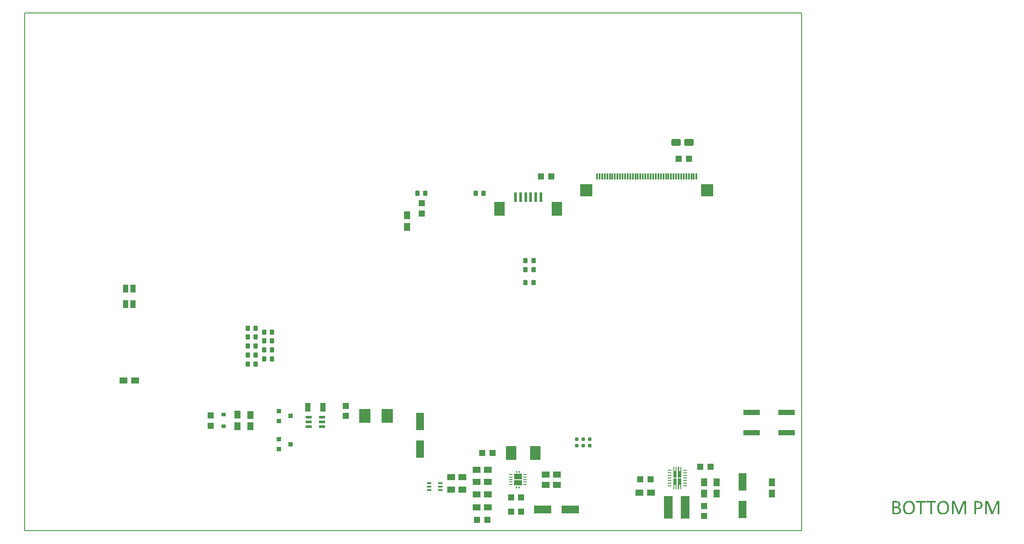
<source format=gbp>
G04*
G04 #@! TF.GenerationSoftware,Altium Limited,Altium Designer,19.0.15 (446)*
G04*
G04 Layer_Color=128*
%FSLAX23Y23*%
%MOIN*%
G70*
G01*
G75*
%ADD15C,0.005*%
%ADD17R,0.050X0.022*%
%ADD18R,0.138X0.063*%
%ADD19R,0.063X0.138*%
%ADD20R,0.050X0.060*%
%ADD21R,0.060X0.050*%
%ADD22R,0.050X0.047*%
G04:AMPARAMS|DCode=29|XSize=37mil|YSize=35mil|CornerRadius=4mil|HoleSize=0mil|Usage=FLASHONLY|Rotation=90.000|XOffset=0mil|YOffset=0mil|HoleType=Round|Shape=RoundedRectangle|*
%AMROUNDEDRECTD29*
21,1,0.037,0.027,0,0,90.0*
21,1,0.029,0.035,0,0,90.0*
1,1,0.008,0.014,0.014*
1,1,0.008,0.014,-0.014*
1,1,0.008,-0.014,-0.014*
1,1,0.008,-0.014,0.014*
%
%ADD29ROUNDEDRECTD29*%
%ADD30R,0.047X0.050*%
%ADD34R,0.037X0.035*%
%ADD35R,0.037X0.035*%
%ADD45R,0.037X0.016*%
%ADD160R,0.126X0.039*%
G04:AMPARAMS|DCode=161|XSize=71mil|YSize=52mil|CornerRadius=6mil|HoleSize=0mil|Usage=FLASHONLY|Rotation=180.000|XOffset=0mil|YOffset=0mil|HoleType=Round|Shape=RoundedRectangle|*
%AMROUNDEDRECTD161*
21,1,0.071,0.039,0,0,180.0*
21,1,0.058,0.052,0,0,180.0*
1,1,0.013,-0.029,0.019*
1,1,0.013,0.029,0.019*
1,1,0.013,0.029,-0.019*
1,1,0.013,-0.029,-0.019*
%
%ADD161ROUNDEDRECTD161*%
%ADD162R,0.043X0.059*%
%ADD163R,0.083X0.110*%
%ADD164R,0.024X0.075*%
%ADD165R,0.094X0.094*%
%ADD166R,0.012X0.047*%
%ADD167C,0.031*%
%ADD168R,0.031X0.031*%
%ADD169R,0.035X0.031*%
%ADD170R,0.041X0.068*%
%ADD171R,0.085X0.108*%
%ADD172R,0.081X0.106*%
G04:AMPARAMS|DCode=173|XSize=24mil|YSize=9mil|CornerRadius=1mil|HoleSize=0mil|Usage=FLASHONLY|Rotation=180.000|XOffset=0mil|YOffset=0mil|HoleType=Round|Shape=RoundedRectangle|*
%AMROUNDEDRECTD173*
21,1,0.024,0.007,0,0,180.0*
21,1,0.021,0.009,0,0,180.0*
1,1,0.002,-0.011,0.004*
1,1,0.002,0.011,0.004*
1,1,0.002,0.011,-0.004*
1,1,0.002,-0.011,-0.004*
%
%ADD173ROUNDEDRECTD173*%
%ADD175R,0.071X0.177*%
%ADD176R,0.031X0.009*%
G36*
X5070Y412D02*
X5044D01*
Y495D01*
X5052D01*
Y462D01*
X5063D01*
Y495D01*
X5070D01*
Y412D01*
D02*
G37*
G36*
X5034D02*
X5008D01*
Y495D01*
X5016D01*
Y462D01*
X5026D01*
Y495D01*
X5034D01*
Y412D01*
D02*
G37*
G36*
X3824Y449D02*
X3814D01*
Y462D01*
X3824D01*
Y449D01*
D02*
G37*
G36*
X3804D02*
X3794D01*
Y462D01*
X3804D01*
Y449D01*
D02*
G37*
G36*
X3839Y399D02*
X3780D01*
Y441D01*
X3839D01*
Y399D01*
D02*
G37*
G36*
Y350D02*
X3780D01*
Y391D01*
X3839D01*
Y350D01*
D02*
G37*
G36*
X3824Y328D02*
X3814D01*
Y342D01*
X3824D01*
Y328D01*
D02*
G37*
G36*
X3804D02*
X3794D01*
Y342D01*
X3804D01*
Y328D01*
D02*
G37*
G36*
X5070Y322D02*
X5063D01*
Y355D01*
X5052D01*
Y322D01*
X5044D01*
Y405D01*
X5070D01*
Y322D01*
D02*
G37*
G36*
X5034D02*
X5026D01*
Y355D01*
X5016D01*
Y322D01*
X5008D01*
Y405D01*
X5034D01*
Y322D01*
D02*
G37*
G36*
X7522Y230D02*
X7523Y229D01*
X7523D01*
X7524Y229D01*
X7524Y229D01*
X7525Y228D01*
X7525Y228D01*
X7525Y228D01*
X7526Y227D01*
X7526Y226D01*
X7526Y226D01*
X7526Y226D01*
X7527Y225D01*
Y224D01*
Y130D01*
Y129D01*
X7526Y129D01*
X7526Y128D01*
X7526Y128D01*
X7525Y128D01*
X7525D01*
X7524Y128D01*
X7524D01*
X7523Y128D01*
X7523D01*
X7522Y128D01*
X7521Y127D01*
X7519D01*
X7518Y128D01*
X7516Y128D01*
X7516D01*
X7516Y128D01*
X7515D01*
X7514Y128D01*
X7514D01*
X7514Y128D01*
X7513Y129D01*
Y129D01*
Y129D01*
X7513Y130D01*
Y219D01*
X7513D01*
X7477Y129D01*
X7477Y129D01*
X7476Y128D01*
X7476Y128D01*
X7475Y128D01*
X7475Y128D01*
X7475D01*
X7474Y128D01*
X7474D01*
X7473Y128D01*
X7472D01*
X7471Y127D01*
X7468D01*
X7467Y128D01*
X7467D01*
X7467Y128D01*
X7465Y128D01*
X7465D01*
X7465Y128D01*
X7464Y128D01*
Y129D01*
X7464Y129D01*
X7464Y129D01*
X7429Y219D01*
Y130D01*
Y129D01*
X7429Y129D01*
X7429Y128D01*
X7428Y128D01*
X7428Y128D01*
X7428D01*
X7427Y128D01*
X7427D01*
X7426Y128D01*
X7426D01*
X7425Y128D01*
X7424Y127D01*
X7421D01*
X7420Y128D01*
X7419Y128D01*
X7419D01*
X7418Y128D01*
X7418D01*
X7417Y128D01*
X7417D01*
X7417Y128D01*
X7416Y129D01*
Y129D01*
Y129D01*
X7416Y130D01*
Y224D01*
Y224D01*
Y224D01*
X7416Y225D01*
Y225D01*
X7417Y227D01*
X7418Y228D01*
X7418Y229D01*
X7419Y229D01*
X7420Y230D01*
X7422Y230D01*
X7431D01*
X7433Y230D01*
X7434Y229D01*
X7434D01*
X7434Y229D01*
X7435Y229D01*
X7436Y228D01*
X7438Y228D01*
X7438Y227D01*
X7438Y227D01*
X7439Y226D01*
X7440Y225D01*
X7440Y225D01*
X7440Y224D01*
X7441Y223D01*
X7442Y221D01*
X7471Y148D01*
X7471D01*
X7501Y221D01*
Y221D01*
X7502Y222D01*
X7502Y223D01*
X7503Y224D01*
X7504Y225D01*
X7504Y226D01*
X7504Y226D01*
X7505Y227D01*
X7506Y228D01*
X7506Y228D01*
X7507Y228D01*
X7507Y229D01*
X7508Y229D01*
X7509Y229D01*
X7510Y230D01*
X7511Y230D01*
X7522D01*
X7522Y230D01*
D02*
G37*
G36*
X7265D02*
X7265Y229D01*
X7266D01*
X7266Y229D01*
X7267Y229D01*
X7267Y228D01*
X7267Y228D01*
X7268Y228D01*
X7268Y227D01*
X7268Y226D01*
X7269Y226D01*
X7269Y226D01*
X7269Y225D01*
Y224D01*
Y130D01*
Y129D01*
X7269Y129D01*
X7268Y128D01*
X7268Y128D01*
X7267Y128D01*
X7267D01*
X7267Y128D01*
X7266D01*
X7265Y128D01*
X7265D01*
X7264Y128D01*
X7263Y127D01*
X7261D01*
X7260Y128D01*
X7259Y128D01*
X7259D01*
X7258Y128D01*
X7257D01*
X7257Y128D01*
X7257D01*
X7256Y128D01*
X7256Y129D01*
Y129D01*
Y129D01*
X7256Y130D01*
Y219D01*
X7255D01*
X7219Y129D01*
X7219Y129D01*
X7219Y128D01*
X7218Y128D01*
X7218Y128D01*
X7217Y128D01*
X7217D01*
X7217Y128D01*
X7216D01*
X7215Y128D01*
X7215D01*
X7214Y127D01*
X7211D01*
X7210Y128D01*
X7210D01*
X7209Y128D01*
X7208Y128D01*
X7208D01*
X7207Y128D01*
X7207Y128D01*
Y129D01*
X7206Y129D01*
X7206Y129D01*
X7172Y219D01*
Y130D01*
Y129D01*
X7171Y129D01*
X7171Y128D01*
X7171Y128D01*
X7170Y128D01*
X7170D01*
X7170Y128D01*
X7169D01*
X7168Y128D01*
X7168D01*
X7167Y128D01*
X7166Y127D01*
X7164D01*
X7163Y128D01*
X7162Y128D01*
X7161D01*
X7161Y128D01*
X7160D01*
X7160Y128D01*
X7159D01*
X7159Y128D01*
X7158Y129D01*
Y129D01*
Y129D01*
X7158Y130D01*
Y224D01*
Y224D01*
Y224D01*
X7158Y225D01*
Y225D01*
X7159Y227D01*
X7160Y228D01*
X7160Y229D01*
X7161Y229D01*
X7162Y230D01*
X7164Y230D01*
X7174D01*
X7175Y230D01*
X7176Y229D01*
X7177D01*
X7177Y229D01*
X7178Y229D01*
X7179Y228D01*
X7180Y228D01*
X7180Y227D01*
X7181Y227D01*
X7182Y226D01*
X7182Y225D01*
X7182Y225D01*
X7183Y224D01*
X7183Y223D01*
X7184Y221D01*
X7213Y148D01*
X7214D01*
X7244Y221D01*
Y221D01*
X7244Y222D01*
X7244Y223D01*
X7245Y224D01*
X7246Y225D01*
X7246Y226D01*
X7247Y226D01*
X7247Y227D01*
X7248Y228D01*
X7248Y228D01*
X7249Y228D01*
X7250Y229D01*
X7251Y229D01*
X7251Y229D01*
X7252Y230D01*
X7253Y230D01*
X7264D01*
X7265Y230D01*
D02*
G37*
G36*
X6734D02*
X6736Y229D01*
X6738Y229D01*
X6741Y229D01*
X6743Y228D01*
X6743D01*
X6744Y228D01*
X6745Y227D01*
X6747Y227D01*
X6750Y225D01*
X6751Y224D01*
X6753Y223D01*
X6753Y223D01*
X6754Y222D01*
X6754Y222D01*
X6755Y221D01*
X6756Y219D01*
X6757Y218D01*
X6758Y217D01*
X6759Y215D01*
X6759Y214D01*
X6759Y214D01*
X6760Y213D01*
X6760Y212D01*
X6760Y210D01*
X6760Y208D01*
X6761Y206D01*
Y204D01*
Y204D01*
Y203D01*
Y203D01*
X6761Y202D01*
X6760Y200D01*
X6760Y197D01*
Y197D01*
X6760Y196D01*
X6760Y196D01*
X6759Y195D01*
X6758Y193D01*
X6757Y191D01*
Y191D01*
X6757Y190D01*
X6756Y189D01*
X6755Y188D01*
X6753Y186D01*
X6753D01*
X6753Y186D01*
X6752Y185D01*
X6751Y185D01*
X6750Y184D01*
X6747Y182D01*
X6747D01*
X6748Y182D01*
X6749Y182D01*
X6750Y182D01*
X6752Y181D01*
X6755Y179D01*
X6755D01*
X6756Y179D01*
X6756Y179D01*
X6757Y178D01*
X6759Y176D01*
X6761Y174D01*
X6761Y174D01*
X6762Y174D01*
X6762Y173D01*
X6763Y172D01*
X6763Y171D01*
X6764Y169D01*
X6766Y166D01*
Y166D01*
X6766Y166D01*
X6766Y165D01*
X6767Y164D01*
X6767Y162D01*
X6767Y161D01*
X6767Y157D01*
Y157D01*
Y156D01*
Y155D01*
X6767Y154D01*
X6767Y153D01*
X6767Y151D01*
X6766Y148D01*
Y148D01*
X6766Y147D01*
X6765Y147D01*
X6765Y146D01*
X6764Y143D01*
X6762Y141D01*
X6762Y141D01*
X6762Y140D01*
X6762Y140D01*
X6761Y139D01*
X6759Y137D01*
X6757Y135D01*
X6757Y135D01*
X6757Y135D01*
X6756Y134D01*
X6755Y134D01*
X6754Y133D01*
X6753Y133D01*
X6750Y131D01*
X6750D01*
X6749Y131D01*
X6749Y131D01*
X6748Y130D01*
X6746Y130D01*
X6745Y129D01*
X6742Y129D01*
X6742D01*
X6741Y128D01*
X6740D01*
X6739Y128D01*
X6737Y128D01*
X6736D01*
X6734Y128D01*
X6705D01*
X6704Y128D01*
X6703Y128D01*
X6701Y129D01*
X6701Y129D01*
X6701Y130D01*
X6700Y131D01*
X6700Y133D01*
Y224D01*
Y224D01*
Y225D01*
X6700Y226D01*
X6701Y227D01*
X6701Y229D01*
X6702Y229D01*
X6703Y229D01*
X6704Y230D01*
X6705Y230D01*
X6732D01*
X6734Y230D01*
D02*
G37*
G36*
X7364D02*
X7366Y229D01*
X7366D01*
X7367Y229D01*
X7368Y229D01*
X7369Y229D01*
X7370Y229D01*
X7373Y228D01*
X7373D01*
X7374Y228D01*
X7375Y228D01*
X7376Y227D01*
X7377Y227D01*
X7379Y227D01*
X7382Y225D01*
X7382Y225D01*
X7382Y225D01*
X7383Y224D01*
X7384Y223D01*
X7387Y221D01*
X7389Y219D01*
X7389Y219D01*
X7389Y218D01*
X7390Y217D01*
X7391Y216D01*
X7391Y215D01*
X7392Y214D01*
X7394Y210D01*
Y210D01*
X7394Y209D01*
X7394Y208D01*
X7395Y207D01*
X7395Y206D01*
X7395Y204D01*
X7395Y200D01*
Y200D01*
Y199D01*
X7395Y197D01*
X7395Y195D01*
X7395Y193D01*
X7394Y191D01*
X7394Y188D01*
X7393Y186D01*
X7393Y186D01*
X7392Y185D01*
X7392Y184D01*
X7391Y182D01*
X7390Y181D01*
X7389Y179D01*
X7387Y177D01*
X7385Y176D01*
X7385Y175D01*
X7385Y175D01*
X7384Y174D01*
X7382Y173D01*
X7381Y172D01*
X7379Y171D01*
X7376Y170D01*
X7374Y169D01*
X7373D01*
X7372Y168D01*
X7371Y168D01*
X7369Y168D01*
X7367Y167D01*
X7364Y167D01*
X7361Y167D01*
X7358Y167D01*
X7346D01*
Y130D01*
Y129D01*
X7346Y129D01*
X7345Y128D01*
X7345Y128D01*
X7344Y128D01*
X7344D01*
X7344Y128D01*
X7343D01*
X7342Y128D01*
X7342D01*
X7342Y128D01*
X7341Y127D01*
X7338D01*
X7337Y128D01*
X7336Y128D01*
X7336D01*
X7335Y128D01*
X7334Y128D01*
X7334D01*
X7334Y128D01*
X7333Y129D01*
Y129D01*
Y129D01*
X7333Y130D01*
Y224D01*
Y224D01*
Y225D01*
X7333Y226D01*
X7333Y227D01*
X7334Y228D01*
X7335Y229D01*
X7335Y229D01*
X7336Y230D01*
X7338Y230D01*
X7362D01*
X7364Y230D01*
D02*
G37*
G36*
X7035Y229D02*
X7035D01*
X7035Y229D01*
X7036Y228D01*
Y228D01*
X7036Y228D01*
X7036Y227D01*
X7037Y227D01*
Y226D01*
X7037Y226D01*
Y225D01*
Y224D01*
Y224D01*
Y223D01*
Y222D01*
X7037Y221D01*
Y221D01*
X7036Y221D01*
X7036Y219D01*
X7036Y219D01*
X7035Y219D01*
X7035D01*
X7034Y218D01*
X7005D01*
Y130D01*
Y129D01*
X7005Y129D01*
X7005Y128D01*
X7004Y128D01*
X7004Y128D01*
X7004D01*
X7003Y128D01*
X7003D01*
X7002Y128D01*
X7002D01*
X7001Y128D01*
X7000Y127D01*
X6998D01*
X6996Y128D01*
X6995Y128D01*
X6995D01*
X6995Y128D01*
X6993Y128D01*
X6993D01*
X6993Y128D01*
X6992Y129D01*
Y129D01*
Y129D01*
X6992Y130D01*
Y218D01*
X6963D01*
X6962Y219D01*
X6962Y219D01*
X6961Y219D01*
Y220D01*
X6961Y220D01*
Y221D01*
X6961Y221D01*
Y221D01*
Y222D01*
X6961Y223D01*
Y224D01*
Y224D01*
Y225D01*
Y226D01*
X6961Y227D01*
Y227D01*
X6961Y227D01*
X6961Y228D01*
Y229D01*
X6961Y229D01*
X6962Y229D01*
X6962D01*
X6962Y230D01*
X6963Y230D01*
X7034D01*
X7035Y229D01*
D02*
G37*
G36*
X6957D02*
X6957D01*
X6957Y229D01*
X6957Y228D01*
Y228D01*
X6958Y228D01*
X6958Y227D01*
X6958Y227D01*
Y226D01*
X6958Y226D01*
Y225D01*
Y224D01*
Y224D01*
Y223D01*
Y222D01*
X6958Y221D01*
Y221D01*
X6958Y221D01*
X6957Y219D01*
X6957Y219D01*
X6957Y219D01*
X6956D01*
X6955Y218D01*
X6927D01*
Y130D01*
Y129D01*
X6926Y129D01*
X6926Y128D01*
X6926Y128D01*
X6925Y128D01*
X6925D01*
X6925Y128D01*
X6924D01*
X6923Y128D01*
X6923D01*
X6922Y128D01*
X6921Y127D01*
X6919D01*
X6918Y128D01*
X6917Y128D01*
X6917D01*
X6916Y128D01*
X6915Y128D01*
X6914D01*
X6914Y128D01*
X6914Y129D01*
Y129D01*
Y129D01*
X6913Y130D01*
Y218D01*
X6884D01*
X6883Y219D01*
X6883Y219D01*
X6883Y219D01*
Y220D01*
X6882Y220D01*
Y221D01*
X6882Y221D01*
Y221D01*
Y222D01*
X6882Y223D01*
Y224D01*
Y224D01*
Y225D01*
Y226D01*
X6882Y227D01*
Y227D01*
X6882Y227D01*
X6883Y228D01*
Y229D01*
X6883Y229D01*
X6883Y229D01*
X6884D01*
X6884Y230D01*
X6885Y230D01*
X6956D01*
X6957Y229D01*
D02*
G37*
G36*
X7096Y231D02*
X7099Y231D01*
X7102Y230D01*
X7105Y230D01*
X7109Y229D01*
X7112Y228D01*
X7112D01*
X7112Y228D01*
X7113Y227D01*
X7115Y226D01*
X7117Y225D01*
X7119Y224D01*
X7121Y222D01*
X7124Y220D01*
X7126Y218D01*
X7126Y217D01*
X7127Y217D01*
X7128Y215D01*
X7129Y213D01*
X7130Y211D01*
X7132Y208D01*
X7133Y205D01*
X7134Y202D01*
Y202D01*
X7134Y201D01*
Y201D01*
X7135Y200D01*
X7135Y199D01*
X7135Y198D01*
X7136Y196D01*
X7136Y192D01*
X7137Y188D01*
X7137Y184D01*
X7137Y180D01*
Y180D01*
Y179D01*
Y179D01*
Y178D01*
Y177D01*
X7137Y176D01*
X7137Y173D01*
X7136Y169D01*
X7136Y165D01*
X7135Y161D01*
X7134Y158D01*
Y157D01*
X7134Y157D01*
X7134Y157D01*
X7133Y156D01*
X7133Y154D01*
X7132Y152D01*
X7131Y149D01*
X7129Y146D01*
X7127Y144D01*
X7125Y141D01*
X7125Y141D01*
X7124Y140D01*
X7123Y139D01*
X7121Y137D01*
X7119Y135D01*
X7117Y133D01*
X7114Y132D01*
X7111Y130D01*
X7110D01*
X7110Y130D01*
X7110Y130D01*
X7109Y130D01*
X7107Y129D01*
X7105Y128D01*
X7102Y128D01*
X7098Y127D01*
X7094Y127D01*
X7090Y126D01*
X7088D01*
X7087Y127D01*
X7086D01*
X7084Y127D01*
X7080Y127D01*
X7077Y128D01*
X7074Y129D01*
X7070Y130D01*
X7070Y130D01*
X7069Y131D01*
X7067Y131D01*
X7065Y132D01*
X7063Y134D01*
X7061Y135D01*
X7059Y137D01*
X7057Y140D01*
X7056Y140D01*
X7056Y141D01*
X7055Y142D01*
X7053Y144D01*
X7052Y147D01*
X7051Y149D01*
X7049Y153D01*
X7048Y156D01*
Y156D01*
X7048Y156D01*
Y157D01*
X7048Y158D01*
X7048Y159D01*
X7048Y160D01*
X7047Y162D01*
X7047Y166D01*
X7046Y169D01*
X7046Y174D01*
X7046Y178D01*
Y178D01*
Y179D01*
Y179D01*
Y180D01*
Y181D01*
X7046Y183D01*
X7046Y186D01*
X7047Y189D01*
X7047Y193D01*
X7048Y196D01*
X7049Y200D01*
Y200D01*
X7049Y200D01*
X7049Y201D01*
X7049Y202D01*
X7050Y204D01*
X7051Y206D01*
X7052Y208D01*
X7053Y211D01*
X7055Y214D01*
X7057Y217D01*
X7058Y217D01*
X7058Y218D01*
X7060Y219D01*
X7061Y221D01*
X7063Y222D01*
X7066Y224D01*
X7069Y226D01*
X7072Y227D01*
X7072D01*
X7072Y228D01*
X7073Y228D01*
X7074Y228D01*
X7075Y229D01*
X7078Y229D01*
X7081Y230D01*
X7084Y231D01*
X7088Y231D01*
X7092Y231D01*
X7094D01*
X7096Y231D01*
D02*
G37*
G36*
X6832D02*
X6835Y231D01*
X6838Y230D01*
X6842Y230D01*
X6845Y229D01*
X6848Y228D01*
X6848D01*
X6848Y228D01*
X6850Y227D01*
X6851Y226D01*
X6853Y225D01*
X6855Y224D01*
X6858Y222D01*
X6860Y220D01*
X6862Y218D01*
X6862Y217D01*
X6863Y217D01*
X6864Y215D01*
X6865Y213D01*
X6867Y211D01*
X6868Y208D01*
X6869Y205D01*
X6870Y202D01*
Y202D01*
X6871Y201D01*
Y201D01*
X6871Y200D01*
X6871Y199D01*
X6871Y198D01*
X6872Y196D01*
X6872Y192D01*
X6873Y188D01*
X6873Y184D01*
X6873Y180D01*
Y180D01*
Y179D01*
Y179D01*
Y178D01*
Y177D01*
X6873Y176D01*
X6873Y173D01*
X6872Y169D01*
X6872Y165D01*
X6871Y161D01*
X6870Y158D01*
Y157D01*
X6870Y157D01*
X6870Y157D01*
X6870Y156D01*
X6869Y154D01*
X6868Y152D01*
X6867Y149D01*
X6865Y146D01*
X6863Y144D01*
X6861Y141D01*
X6861Y141D01*
X6860Y140D01*
X6859Y139D01*
X6857Y137D01*
X6855Y135D01*
X6853Y133D01*
X6850Y132D01*
X6847Y130D01*
X6847D01*
X6846Y130D01*
X6846Y130D01*
X6845Y130D01*
X6843Y129D01*
X6841Y128D01*
X6838Y128D01*
X6835Y127D01*
X6831Y127D01*
X6826Y126D01*
X6824D01*
X6824Y127D01*
X6822D01*
X6820Y127D01*
X6817Y127D01*
X6813Y128D01*
X6810Y129D01*
X6807Y130D01*
X6806Y130D01*
X6805Y131D01*
X6804Y131D01*
X6802Y132D01*
X6799Y134D01*
X6797Y135D01*
X6795Y137D01*
X6793Y140D01*
X6793Y140D01*
X6792Y141D01*
X6791Y142D01*
X6790Y144D01*
X6788Y147D01*
X6787Y149D01*
X6786Y153D01*
X6785Y156D01*
Y156D01*
X6784Y156D01*
Y157D01*
X6784Y158D01*
X6784Y159D01*
X6784Y160D01*
X6783Y162D01*
X6783Y166D01*
X6782Y169D01*
X6782Y174D01*
X6782Y178D01*
Y178D01*
Y179D01*
Y179D01*
Y180D01*
Y181D01*
X6782Y183D01*
X6782Y186D01*
X6783Y189D01*
X6783Y193D01*
X6784Y196D01*
X6785Y200D01*
Y200D01*
X6785Y200D01*
X6785Y201D01*
X6785Y202D01*
X6786Y204D01*
X6787Y206D01*
X6788Y208D01*
X6790Y211D01*
X6791Y214D01*
X6793Y217D01*
X6794Y217D01*
X6795Y218D01*
X6796Y219D01*
X6797Y221D01*
X6800Y222D01*
X6802Y224D01*
X6805Y226D01*
X6808Y227D01*
X6808D01*
X6808Y228D01*
X6809Y228D01*
X6810Y228D01*
X6812Y229D01*
X6814Y229D01*
X6817Y230D01*
X6820Y231D01*
X6824Y231D01*
X6828Y231D01*
X6830D01*
X6832Y231D01*
D02*
G37*
%LPC*%
G36*
X6730Y219D02*
X6713D01*
Y186D01*
X6731D01*
X6732Y186D01*
X6735Y186D01*
X6736Y187D01*
X6737Y187D01*
X6738D01*
X6738Y187D01*
X6738Y188D01*
X6739Y188D01*
X6741Y189D01*
X6743Y191D01*
X6743Y191D01*
X6743Y191D01*
X6744Y192D01*
X6744Y192D01*
X6745Y194D01*
X6746Y196D01*
Y196D01*
X6746Y197D01*
X6746Y197D01*
X6746Y198D01*
X6747Y200D01*
X6747Y202D01*
Y203D01*
Y203D01*
Y204D01*
X6747Y205D01*
X6747Y207D01*
X6746Y209D01*
Y209D01*
X6746Y210D01*
X6746Y210D01*
X6745Y211D01*
X6744Y213D01*
X6743Y214D01*
X6742Y214D01*
X6742Y215D01*
X6742Y215D01*
X6741Y215D01*
X6739Y217D01*
X6737Y217D01*
X6737D01*
X6736Y218D01*
X6735Y218D01*
X6734Y218D01*
X6733Y218D01*
X6732Y219D01*
X6730Y219D01*
D02*
G37*
G36*
X6732Y175D02*
X6713D01*
Y139D01*
X6735D01*
X6736Y139D01*
X6738Y140D01*
X6741Y140D01*
X6741D01*
X6742Y140D01*
X6742Y141D01*
X6743Y141D01*
X6745Y142D01*
X6747Y143D01*
X6747Y143D01*
X6748Y144D01*
X6749Y145D01*
X6750Y147D01*
X6751Y149D01*
Y149D01*
X6752Y149D01*
X6752Y150D01*
X6752Y151D01*
X6752Y152D01*
X6753Y153D01*
X6753Y156D01*
Y156D01*
Y157D01*
Y158D01*
X6753Y159D01*
X6752Y161D01*
X6752Y164D01*
Y164D01*
X6751Y165D01*
X6751Y165D01*
X6750Y166D01*
X6749Y168D01*
X6747Y170D01*
X6747Y170D01*
X6747Y170D01*
X6746Y171D01*
X6745Y171D01*
X6744Y172D01*
X6743Y173D01*
X6740Y174D01*
X6740D01*
X6740Y174D01*
X6739Y174D01*
X6737Y174D01*
X6736Y175D01*
X6734Y175D01*
X6732Y175D01*
D02*
G37*
G36*
X7359Y219D02*
X7346D01*
Y178D01*
X7360D01*
X7362Y178D01*
X7364Y178D01*
X7365Y178D01*
X7367Y179D01*
X7368Y179D01*
X7369D01*
X7369Y180D01*
X7370Y180D01*
X7371Y180D01*
X7373Y182D01*
X7375Y184D01*
X7375Y184D01*
X7376Y184D01*
X7376Y185D01*
X7377Y186D01*
X7378Y188D01*
X7380Y190D01*
Y190D01*
X7380Y191D01*
X7380Y192D01*
X7380Y193D01*
X7381Y194D01*
X7381Y196D01*
X7381Y199D01*
Y199D01*
Y200D01*
X7381Y201D01*
X7381Y202D01*
X7381Y204D01*
X7380Y206D01*
X7379Y208D01*
X7379Y209D01*
X7379Y209D01*
X7378Y210D01*
X7378Y211D01*
X7377Y212D01*
X7375Y214D01*
X7374Y214D01*
X7373Y215D01*
X7373Y216D01*
X7372Y216D01*
X7372Y216D01*
X7371Y217D01*
X7368Y217D01*
X7366Y218D01*
X7366D01*
X7365Y218D01*
X7364D01*
X7364Y218D01*
X7361Y219D01*
X7359Y219D01*
D02*
G37*
G36*
X7092Y220D02*
X7090D01*
X7088Y219D01*
X7086Y219D01*
X7084Y219D01*
X7082Y218D01*
X7079Y217D01*
X7077Y216D01*
X7077Y216D01*
X7076Y216D01*
X7075Y215D01*
X7073Y214D01*
X7072Y212D01*
X7070Y211D01*
X7068Y209D01*
X7067Y207D01*
X7067Y207D01*
X7066Y206D01*
X7066Y205D01*
X7065Y204D01*
X7064Y202D01*
X7063Y200D01*
X7062Y197D01*
X7062Y194D01*
Y194D01*
X7061Y193D01*
X7061Y192D01*
X7061Y190D01*
X7061Y188D01*
X7060Y185D01*
X7060Y182D01*
Y179D01*
Y179D01*
Y179D01*
Y178D01*
Y176D01*
X7060Y174D01*
X7061Y171D01*
X7061Y168D01*
X7062Y163D01*
Y162D01*
X7062Y161D01*
X7062Y160D01*
X7063Y158D01*
X7063Y156D01*
X7064Y154D01*
X7065Y152D01*
X7067Y150D01*
X7067Y149D01*
X7067Y149D01*
X7068Y148D01*
X7069Y147D01*
X7071Y145D01*
X7072Y144D01*
X7074Y142D01*
X7076Y141D01*
X7076Y141D01*
X7077Y141D01*
X7078Y140D01*
X7080Y140D01*
X7082Y139D01*
X7085Y139D01*
X7088Y138D01*
X7091Y138D01*
X7092D01*
X7094Y138D01*
X7096Y139D01*
X7098Y139D01*
X7101Y140D01*
X7103Y140D01*
X7106Y141D01*
X7106Y142D01*
X7107Y142D01*
X7108Y143D01*
X7109Y144D01*
X7111Y145D01*
X7113Y147D01*
X7114Y148D01*
X7116Y150D01*
X7116Y150D01*
X7116Y151D01*
X7117Y152D01*
X7118Y154D01*
X7119Y156D01*
X7119Y158D01*
X7120Y161D01*
X7121Y163D01*
Y164D01*
X7121Y165D01*
X7121Y166D01*
X7122Y168D01*
X7122Y170D01*
X7122Y173D01*
X7123Y176D01*
Y179D01*
Y179D01*
Y179D01*
Y180D01*
Y182D01*
X7122Y184D01*
X7122Y187D01*
X7122Y189D01*
X7121Y195D01*
Y195D01*
X7121Y196D01*
X7120Y198D01*
X7120Y199D01*
X7119Y201D01*
X7118Y204D01*
X7117Y206D01*
X7116Y208D01*
X7116Y208D01*
X7115Y209D01*
X7114Y210D01*
X7113Y211D01*
X7112Y212D01*
X7110Y214D01*
X7108Y215D01*
X7106Y217D01*
X7106Y217D01*
X7105Y217D01*
X7104Y217D01*
X7102Y218D01*
X7100Y219D01*
X7098Y219D01*
X7095Y219D01*
X7092Y220D01*
D02*
G37*
G36*
X6828D02*
X6826D01*
X6825Y219D01*
X6823Y219D01*
X6820Y219D01*
X6818Y218D01*
X6815Y217D01*
X6813Y216D01*
X6813Y216D01*
X6812Y216D01*
X6811Y215D01*
X6810Y214D01*
X6808Y212D01*
X6806Y211D01*
X6805Y209D01*
X6803Y207D01*
X6803Y207D01*
X6803Y206D01*
X6802Y205D01*
X6801Y204D01*
X6800Y202D01*
X6799Y200D01*
X6799Y197D01*
X6798Y194D01*
Y194D01*
X6798Y193D01*
X6797Y192D01*
X6797Y190D01*
X6797Y188D01*
X6797Y185D01*
X6796Y182D01*
Y179D01*
Y179D01*
Y179D01*
Y178D01*
Y176D01*
X6797Y174D01*
X6797Y171D01*
X6797Y168D01*
X6798Y163D01*
Y162D01*
X6798Y161D01*
X6799Y160D01*
X6799Y158D01*
X6800Y156D01*
X6801Y154D01*
X6801Y152D01*
X6803Y150D01*
X6803Y149D01*
X6803Y149D01*
X6804Y148D01*
X6805Y147D01*
X6807Y145D01*
X6808Y144D01*
X6810Y142D01*
X6812Y141D01*
X6813Y141D01*
X6813Y141D01*
X6815Y140D01*
X6816Y140D01*
X6819Y139D01*
X6821Y139D01*
X6824Y138D01*
X6827Y138D01*
X6829D01*
X6830Y138D01*
X6832Y139D01*
X6835Y139D01*
X6837Y140D01*
X6840Y140D01*
X6842Y141D01*
X6842Y142D01*
X6843Y142D01*
X6844Y143D01*
X6846Y144D01*
X6847Y145D01*
X6849Y147D01*
X6850Y148D01*
X6852Y150D01*
X6852Y150D01*
X6852Y151D01*
X6853Y152D01*
X6854Y154D01*
X6855Y156D01*
X6856Y158D01*
X6856Y161D01*
X6857Y163D01*
Y164D01*
X6857Y165D01*
X6858Y166D01*
X6858Y168D01*
X6858Y170D01*
X6859Y173D01*
X6859Y176D01*
Y179D01*
Y179D01*
Y179D01*
Y180D01*
Y182D01*
X6859Y184D01*
X6858Y187D01*
X6858Y189D01*
X6857Y195D01*
Y195D01*
X6857Y196D01*
X6856Y198D01*
X6856Y199D01*
X6855Y201D01*
X6854Y204D01*
X6853Y206D01*
X6852Y208D01*
X6852Y208D01*
X6851Y209D01*
X6850Y210D01*
X6849Y211D01*
X6848Y212D01*
X6846Y214D01*
X6845Y215D01*
X6842Y217D01*
X6842Y217D01*
X6841Y217D01*
X6840Y217D01*
X6838Y218D01*
X6836Y219D01*
X6834Y219D01*
X6831Y219D01*
X6828Y220D01*
D02*
G37*
%LPD*%
D15*
X0Y0D02*
Y4000D01*
X6000D01*
Y0D02*
Y4000D01*
X0Y0D02*
X6000D01*
D17*
X2295Y879D02*
D03*
Y842D02*
D03*
Y805D02*
D03*
X2193D02*
D03*
Y842D02*
D03*
Y879D02*
D03*
D18*
X4211Y164D02*
D03*
X3998D02*
D03*
D19*
X5541Y377D02*
D03*
Y164D02*
D03*
X3051Y632D02*
D03*
Y844D02*
D03*
D20*
X2954Y2348D02*
D03*
Y2436D02*
D03*
X1644Y808D02*
D03*
Y896D02*
D03*
X1742Y895D02*
D03*
Y808D02*
D03*
X5246Y286D02*
D03*
Y374D02*
D03*
X5344Y286D02*
D03*
Y374D02*
D03*
X5768Y286D02*
D03*
Y374D02*
D03*
D21*
X851Y1161D02*
D03*
X763D02*
D03*
X3380Y413D02*
D03*
X3293D02*
D03*
X3380Y317D02*
D03*
X3293D02*
D03*
X3577Y472D02*
D03*
X3490D02*
D03*
X3577Y376D02*
D03*
X3490D02*
D03*
X3577Y281D02*
D03*
X3490D02*
D03*
Y182D02*
D03*
X3577D02*
D03*
X4021Y354D02*
D03*
X4109D02*
D03*
X4021Y433D02*
D03*
X4109D02*
D03*
X4835Y295D02*
D03*
X4747D02*
D03*
D22*
X3067Y2530D02*
D03*
X3067Y2450D02*
D03*
X1437Y812D02*
D03*
X1437Y892D02*
D03*
X2480Y965D02*
D03*
X2480Y886D02*
D03*
X5246Y113D02*
D03*
X5246Y192D02*
D03*
D29*
X3031Y2609D02*
D03*
X3091D02*
D03*
X3867Y1919D02*
D03*
X3928D02*
D03*
X3867Y2018D02*
D03*
X3928D02*
D03*
X3867Y2087D02*
D03*
X3928D02*
D03*
X3483Y2608D02*
D03*
X3544D02*
D03*
X1722Y1289D02*
D03*
X1782D02*
D03*
X1722Y1358D02*
D03*
X1782D02*
D03*
X1722Y1427D02*
D03*
X1782D02*
D03*
X1722Y1496D02*
D03*
X1782D02*
D03*
X1910Y1329D02*
D03*
X1850D02*
D03*
X1910Y1398D02*
D03*
X1850D02*
D03*
X1910Y1467D02*
D03*
X1850D02*
D03*
X1910Y1535D02*
D03*
X1850D02*
D03*
X1722Y1565D02*
D03*
X1782D02*
D03*
D30*
X5049Y2874D02*
D03*
X5128Y2874D02*
D03*
X3533Y600D02*
D03*
X3613Y600D02*
D03*
X3494Y84D02*
D03*
X3573Y84D02*
D03*
X3834Y256D02*
D03*
X3755Y256D02*
D03*
X3834Y148D02*
D03*
X3755Y148D02*
D03*
X4754Y398D02*
D03*
X4833Y399D02*
D03*
X5296Y495D02*
D03*
X5216Y495D02*
D03*
X3986Y2736D02*
D03*
X4065Y2736D02*
D03*
D34*
X2054Y669D02*
D03*
X1962Y632D02*
D03*
X2054Y886D02*
D03*
X1962Y848D02*
D03*
D35*
X1962Y707D02*
D03*
Y923D02*
D03*
D45*
X3210Y341D02*
D03*
Y366D02*
D03*
Y315D02*
D03*
X3124D02*
D03*
Y341D02*
D03*
Y366D02*
D03*
D160*
X5614Y758D02*
D03*
Y915D02*
D03*
X5882Y758D02*
D03*
Y915D02*
D03*
D161*
X5130Y3002D02*
D03*
X5028D02*
D03*
D162*
X837Y1752D02*
D03*
Y1870D02*
D03*
X778Y1752D02*
D03*
Y1870D02*
D03*
D163*
X3665Y2486D02*
D03*
X4110D02*
D03*
D164*
X3829Y2579D02*
D03*
X3868D02*
D03*
X3789D02*
D03*
X3947D02*
D03*
X3986D02*
D03*
X3907D02*
D03*
D165*
X4337Y2630D02*
D03*
X5270D02*
D03*
D166*
X4872Y2736D02*
D03*
X4911D02*
D03*
X4931D02*
D03*
X4892D02*
D03*
X4970D02*
D03*
X4990D02*
D03*
X4951D02*
D03*
X5030D02*
D03*
X5049D02*
D03*
X5010D02*
D03*
X5108D02*
D03*
X5089D02*
D03*
X5128D02*
D03*
X5069D02*
D03*
X5167D02*
D03*
X5187D02*
D03*
X5148D02*
D03*
X4557D02*
D03*
X4577D02*
D03*
X4537D02*
D03*
X4616D02*
D03*
X4636D02*
D03*
X4596D02*
D03*
X4439D02*
D03*
X4459D02*
D03*
X4419D02*
D03*
X4498D02*
D03*
X4518D02*
D03*
X4478D02*
D03*
X4774D02*
D03*
X4793D02*
D03*
X4754D02*
D03*
X4833D02*
D03*
X4852D02*
D03*
X4813D02*
D03*
X4675D02*
D03*
X4695D02*
D03*
X4656D02*
D03*
X4734D02*
D03*
X4715D02*
D03*
D167*
X4362Y709D02*
D03*
X4262D02*
D03*
X4312Y659D02*
D03*
Y709D02*
D03*
X4262Y659D02*
D03*
D168*
X4362D02*
D03*
D169*
X1535Y806D02*
D03*
Y897D02*
D03*
D170*
X2302Y955D02*
D03*
X2187D02*
D03*
D171*
X2799Y886D02*
D03*
X2625D02*
D03*
D172*
X3756Y600D02*
D03*
X3941D02*
D03*
D173*
X3864Y356D02*
D03*
Y415D02*
D03*
Y376D02*
D03*
Y395D02*
D03*
Y435D02*
D03*
X3754Y356D02*
D03*
Y376D02*
D03*
Y395D02*
D03*
Y415D02*
D03*
Y435D02*
D03*
D175*
X5099Y182D02*
D03*
X4969D02*
D03*
D176*
X5098Y369D02*
D03*
Y389D02*
D03*
Y349D02*
D03*
Y408D02*
D03*
Y428D02*
D03*
Y448D02*
D03*
Y468D02*
D03*
X4980Y349D02*
D03*
Y369D02*
D03*
Y389D02*
D03*
Y408D02*
D03*
Y428D02*
D03*
Y448D02*
D03*
Y468D02*
D03*
M02*

</source>
